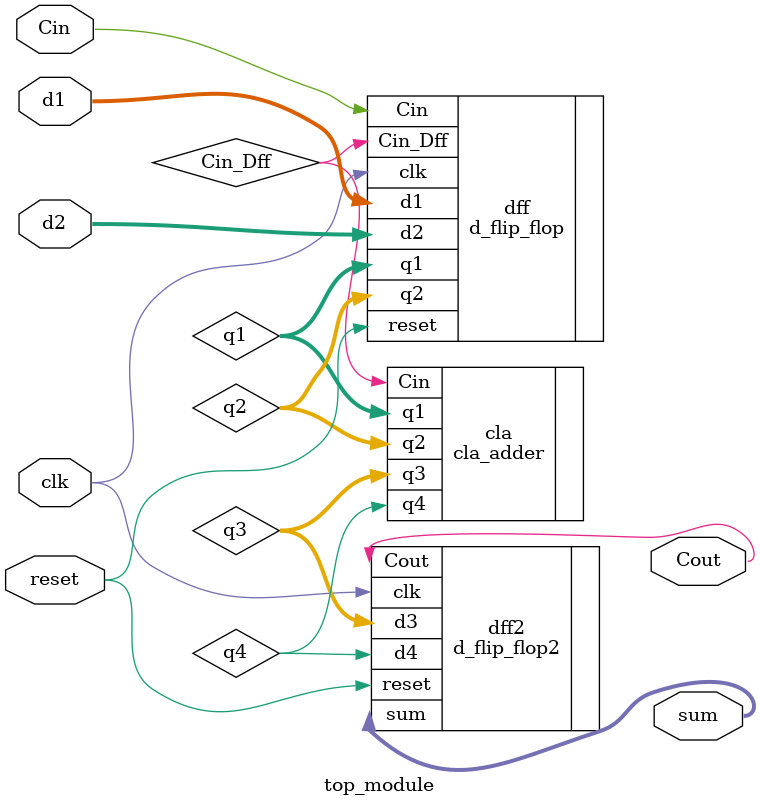
<source format=v>
module top_module (
    input wire clk,                
    input wire reset,              
    input wire [3:0] d1,           
    input wire [3:0] d2,           
    input wire Cin,                
    output wire [3:0] sum,         
    output wire Cout              
);

    wire [3:0] q1;
    wire [3:0] q2;
    wire [3:0] q3;
    wire q4;

    
    d_flip_flop dff (
        .clk(clk),
        .reset(reset),
        .d1(d1),
        .d2(d2),
        .Cin(Cin),
        .q1(q1),
        .q2(q2),
        .Cin_Dff(Cin_Dff)
    );

    
    cla_adder cla (
        .q1(q1),
        .q2(q2),
        .Cin(Cin_Dff),
        .q3(q3),
        .q4(q4)
    );

    
    d_flip_flop2 dff2 (
        .clk(clk),
        .reset(reset),
        .d3(q3),
        .d4(q4),
        .sum(sum),
        .Cout(Cout)
    );

endmodule

</source>
